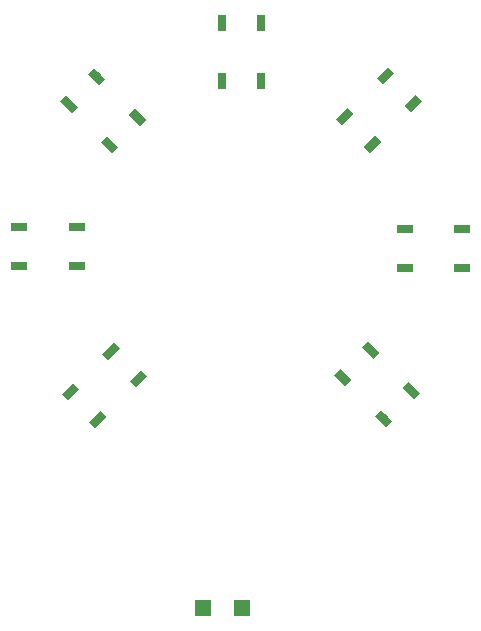
<source format=gtp>
G04 #@! TF.GenerationSoftware,KiCad,Pcbnew,(2017-05-14 revision 14bb238b3)-makepkg*
G04 #@! TF.CreationDate,2017-07-12T11:42:09-06:00*
G04 #@! TF.ProjectId,001,3030312E6B696361645F706362000000,rev?*
G04 #@! TF.FileFunction,Paste,Top*
G04 #@! TF.FilePolarity,Positive*
%FSLAX46Y46*%
G04 Gerber Fmt 4.6, Leading zero omitted, Abs format (unit mm)*
G04 Created by KiCad (PCBNEW (2017-05-14 revision 14bb238b3)-makepkg) date 07/12/17 11:42:09*
%MOMM*%
%LPD*%
G01*
G04 APERTURE LIST*
%ADD10C,0.100000*%
%ADD11C,0.736600*%
%ADD12R,0.736600X1.346200*%
%ADD13R,1.346200X0.736600*%
%ADD14R,1.347600X1.347600*%
G04 APERTURE END LIST*
D10*
D11*
X141017064Y-61116282D03*
D10*
G36*
X140801538Y-61852663D02*
X140280683Y-61331808D01*
X141232590Y-60379901D01*
X141753445Y-60900756D01*
X140801538Y-61852663D01*
X140801538Y-61852663D01*
G37*
D11*
X138682198Y-58781416D03*
D10*
G36*
X138466672Y-59517797D02*
X137945817Y-58996942D01*
X138897724Y-58045035D01*
X139418579Y-58565890D01*
X138466672Y-59517797D01*
X138466672Y-59517797D01*
G37*
D11*
X142130616Y-55332998D03*
D10*
G36*
X141915090Y-56069379D02*
X141394235Y-55548524D01*
X142346142Y-54596617D01*
X142866997Y-55117472D01*
X141915090Y-56069379D01*
X141915090Y-56069379D01*
G37*
D11*
X144465482Y-57667864D03*
D10*
G36*
X144249956Y-58404245D02*
X143729101Y-57883390D01*
X144681008Y-56931483D01*
X145201863Y-57452338D01*
X144249956Y-58404245D01*
X144249956Y-58404245D01*
G37*
D12*
X131571320Y-50868800D03*
X128269320Y-50868800D03*
X128269320Y-55745600D03*
X131571320Y-55745600D03*
D11*
X115324358Y-57723744D03*
D10*
G36*
X114587977Y-57508218D02*
X115108832Y-56987363D01*
X116060739Y-57939270D01*
X115539884Y-58460125D01*
X114587977Y-57508218D01*
X114587977Y-57508218D01*
G37*
D11*
X117659224Y-55388878D03*
D10*
G36*
X116922843Y-55173352D02*
X117443698Y-54652497D01*
X118395605Y-55604404D01*
X117874750Y-56125259D01*
X116922843Y-55173352D01*
X116922843Y-55173352D01*
G37*
D11*
X121107642Y-58837296D03*
D10*
G36*
X120371261Y-58621770D02*
X120892116Y-58100915D01*
X121844023Y-59052822D01*
X121323168Y-59573677D01*
X120371261Y-58621770D01*
X120371261Y-58621770D01*
G37*
D11*
X118772776Y-61172162D03*
D10*
G36*
X118036395Y-60956636D02*
X118557250Y-60435781D01*
X119509157Y-61387688D01*
X118988302Y-61908543D01*
X118036395Y-60956636D01*
X118036395Y-60956636D01*
G37*
D13*
X116006200Y-71447880D03*
X116006200Y-68145880D03*
X111129400Y-68145880D03*
X111129400Y-71447880D03*
D11*
X117770984Y-84418242D03*
D10*
G36*
X117555458Y-85154623D02*
X117034603Y-84633768D01*
X117986510Y-83681861D01*
X118507365Y-84202716D01*
X117555458Y-85154623D01*
X117555458Y-85154623D01*
G37*
D11*
X115436118Y-82083376D03*
D10*
G36*
X115220592Y-82819757D02*
X114699737Y-82298902D01*
X115651644Y-81346995D01*
X116172499Y-81867850D01*
X115220592Y-82819757D01*
X115220592Y-82819757D01*
G37*
D11*
X118884536Y-78634958D03*
D10*
G36*
X118669010Y-79371339D02*
X118148155Y-78850484D01*
X119100062Y-77898577D01*
X119620917Y-78419432D01*
X118669010Y-79371339D01*
X118669010Y-79371339D01*
G37*
D11*
X121219402Y-80969824D03*
D10*
G36*
X121003876Y-81706205D02*
X120483021Y-81185350D01*
X121434928Y-80233443D01*
X121955783Y-80754298D01*
X121003876Y-81706205D01*
X121003876Y-81706205D01*
G37*
D11*
X141962976Y-84336962D03*
D10*
G36*
X141226595Y-84121436D02*
X141747450Y-83600581D01*
X142699357Y-84552488D01*
X142178502Y-85073343D01*
X141226595Y-84121436D01*
X141226595Y-84121436D01*
G37*
D11*
X144297842Y-82002096D03*
D10*
G36*
X143561461Y-81786570D02*
X144082316Y-81265715D01*
X145034223Y-82217622D01*
X144513368Y-82738477D01*
X143561461Y-81786570D01*
X143561461Y-81786570D01*
G37*
D11*
X140849424Y-78553678D03*
D10*
G36*
X140113043Y-78338152D02*
X140633898Y-77817297D01*
X141585805Y-78769204D01*
X141064950Y-79290059D01*
X140113043Y-78338152D01*
X140113043Y-78338152D01*
G37*
D11*
X138514558Y-80888544D03*
D10*
G36*
X137778177Y-80673018D02*
X138299032Y-80152163D01*
X139250939Y-81104070D01*
X138730084Y-81624925D01*
X137778177Y-80673018D01*
X137778177Y-80673018D01*
G37*
D13*
X143743000Y-71569800D03*
X143743000Y-68267800D03*
X148619800Y-68267800D03*
X148619800Y-71569800D03*
D14*
X126708000Y-100396000D03*
X130008000Y-100396000D03*
M02*

</source>
